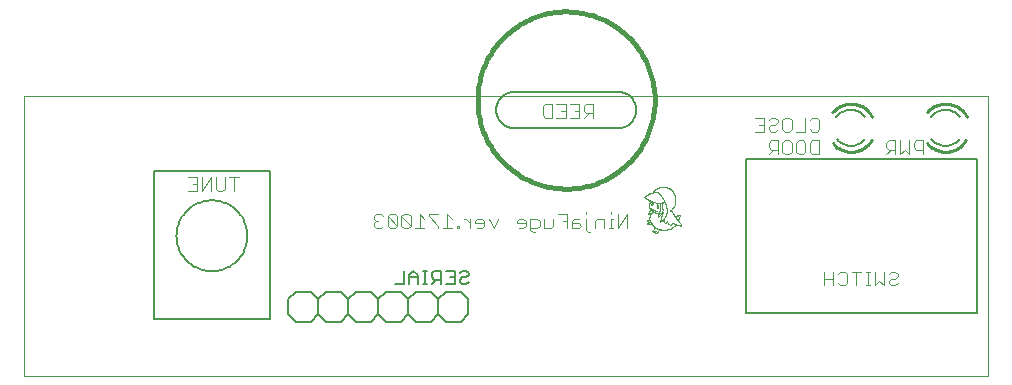
<source format=gbo>
G75*
%MOIN*%
%OFA0B0*%
%FSLAX24Y24*%
%IPPOS*%
%LPD*%
%AMOC8*
5,1,8,0,0,1.08239X$1,22.5*
%
%ADD10C,0.0000*%
%ADD11C,0.0160*%
%ADD12C,0.0040*%
%ADD13C,0.0050*%
%ADD14C,0.0080*%
%ADD15C,0.0060*%
%ADD16C,0.0100*%
%ADD17R,0.0040X0.0010*%
%ADD18R,0.0070X0.0010*%
%ADD19R,0.0030X0.0010*%
%ADD20R,0.0020X0.0010*%
%ADD21R,0.0010X0.0010*%
%ADD22R,0.0060X0.0010*%
%ADD23R,0.0080X0.0010*%
%ADD24R,0.0050X0.0010*%
%ADD25R,0.0140X0.0010*%
%ADD26R,0.0270X0.0010*%
%ADD27R,0.0120X0.0010*%
%ADD28R,0.0150X0.0010*%
%ADD29R,0.0200X0.0010*%
%ADD30R,0.0110X0.0010*%
%ADD31R,0.0090X0.0010*%
%ADD32R,0.0290X0.0010*%
%ADD33R,0.0100X0.0010*%
%ADD34R,0.0250X0.0010*%
D10*
X001936Y000937D02*
X001936Y010268D01*
X034082Y010268D01*
X034082Y000937D01*
X001936Y000937D01*
D11*
X017049Y010130D02*
X017051Y010238D01*
X017057Y010347D01*
X017067Y010455D01*
X017081Y010562D01*
X017099Y010669D01*
X017120Y010776D01*
X017146Y010881D01*
X017176Y010986D01*
X017209Y011089D01*
X017246Y011191D01*
X017287Y011291D01*
X017331Y011390D01*
X017380Y011488D01*
X017431Y011583D01*
X017486Y011676D01*
X017545Y011768D01*
X017607Y011857D01*
X017672Y011944D01*
X017740Y012028D01*
X017811Y012110D01*
X017885Y012189D01*
X017962Y012265D01*
X018042Y012339D01*
X018125Y012409D01*
X018210Y012477D01*
X018297Y012541D01*
X018387Y012602D01*
X018479Y012660D01*
X018573Y012714D01*
X018669Y012765D01*
X018766Y012812D01*
X018866Y012856D01*
X018967Y012896D01*
X019069Y012932D01*
X019172Y012964D01*
X019277Y012993D01*
X019383Y013017D01*
X019489Y013038D01*
X019596Y013055D01*
X019704Y013068D01*
X019812Y013077D01*
X019921Y013082D01*
X020029Y013083D01*
X020138Y013080D01*
X020246Y013073D01*
X020354Y013062D01*
X020461Y013047D01*
X020568Y013028D01*
X020674Y013005D01*
X020779Y012979D01*
X020884Y012948D01*
X020986Y012914D01*
X021088Y012876D01*
X021188Y012834D01*
X021287Y012789D01*
X021384Y012740D01*
X021478Y012687D01*
X021571Y012631D01*
X021662Y012572D01*
X021751Y012509D01*
X021837Y012444D01*
X021921Y012375D01*
X022002Y012303D01*
X022080Y012228D01*
X022156Y012150D01*
X022229Y012069D01*
X022299Y011986D01*
X022365Y011901D01*
X022429Y011813D01*
X022489Y011722D01*
X022546Y011630D01*
X022599Y011535D01*
X022649Y011439D01*
X022695Y011341D01*
X022738Y011241D01*
X022777Y011140D01*
X022812Y011037D01*
X022844Y010934D01*
X022871Y010829D01*
X022895Y010723D01*
X022915Y010616D01*
X022931Y010509D01*
X022943Y010401D01*
X022951Y010293D01*
X022955Y010184D01*
X022955Y010076D01*
X022951Y009967D01*
X022943Y009859D01*
X022931Y009751D01*
X022915Y009644D01*
X022895Y009537D01*
X022871Y009431D01*
X022844Y009326D01*
X022812Y009223D01*
X022777Y009120D01*
X022738Y009019D01*
X022695Y008919D01*
X022649Y008821D01*
X022599Y008725D01*
X022546Y008630D01*
X022489Y008538D01*
X022429Y008447D01*
X022365Y008359D01*
X022299Y008274D01*
X022229Y008191D01*
X022156Y008110D01*
X022080Y008032D01*
X022002Y007957D01*
X021921Y007885D01*
X021837Y007816D01*
X021751Y007751D01*
X021662Y007688D01*
X021571Y007629D01*
X021479Y007573D01*
X021384Y007520D01*
X021287Y007471D01*
X021188Y007426D01*
X021088Y007384D01*
X020986Y007346D01*
X020884Y007312D01*
X020779Y007281D01*
X020674Y007255D01*
X020568Y007232D01*
X020461Y007213D01*
X020354Y007198D01*
X020246Y007187D01*
X020138Y007180D01*
X020029Y007177D01*
X019921Y007178D01*
X019812Y007183D01*
X019704Y007192D01*
X019596Y007205D01*
X019489Y007222D01*
X019383Y007243D01*
X019277Y007267D01*
X019172Y007296D01*
X019069Y007328D01*
X018967Y007364D01*
X018866Y007404D01*
X018766Y007448D01*
X018669Y007495D01*
X018573Y007546D01*
X018479Y007600D01*
X018387Y007658D01*
X018297Y007719D01*
X018210Y007783D01*
X018125Y007851D01*
X018042Y007921D01*
X017962Y007995D01*
X017885Y008071D01*
X017811Y008150D01*
X017740Y008232D01*
X017672Y008316D01*
X017607Y008403D01*
X017545Y008492D01*
X017486Y008584D01*
X017431Y008677D01*
X017380Y008772D01*
X017331Y008870D01*
X017287Y008969D01*
X017246Y009069D01*
X017209Y009171D01*
X017176Y009274D01*
X017146Y009379D01*
X017120Y009484D01*
X017099Y009591D01*
X017081Y009698D01*
X017067Y009805D01*
X017057Y009913D01*
X017051Y010022D01*
X017049Y010130D01*
D12*
X019218Y009929D02*
X019218Y009622D01*
X019295Y009546D01*
X019525Y009546D01*
X019525Y010006D01*
X019295Y010006D01*
X019218Y009929D01*
X019679Y010006D02*
X019986Y010006D01*
X019986Y009546D01*
X019679Y009546D01*
X019832Y009776D02*
X019986Y009776D01*
X020293Y009776D02*
X020446Y009776D01*
X020600Y009776D02*
X020676Y009699D01*
X020906Y009699D01*
X020753Y009699D02*
X020600Y009546D01*
X020446Y009546D02*
X020139Y009546D01*
X020446Y009546D02*
X020446Y010006D01*
X020139Y010006D01*
X020600Y009929D02*
X020600Y009776D01*
X020600Y009929D02*
X020676Y010006D01*
X020906Y010006D01*
X020906Y009546D01*
X026291Y009538D02*
X026598Y009538D01*
X026598Y009077D01*
X026291Y009077D01*
X026445Y009308D02*
X026598Y009308D01*
X026752Y009231D02*
X026752Y009154D01*
X026828Y009077D01*
X026982Y009077D01*
X027059Y009154D01*
X027212Y009154D02*
X027289Y009077D01*
X027442Y009077D01*
X027519Y009154D01*
X027519Y009461D01*
X027442Y009538D01*
X027289Y009538D01*
X027212Y009461D01*
X027212Y009154D01*
X026982Y009308D02*
X026828Y009308D01*
X026752Y009231D01*
X026982Y009308D02*
X027059Y009384D01*
X027059Y009461D01*
X026982Y009538D01*
X026828Y009538D01*
X026752Y009461D01*
X027672Y009077D02*
X027979Y009077D01*
X027979Y009538D01*
X028133Y009461D02*
X028210Y009538D01*
X028363Y009538D01*
X028440Y009461D01*
X028440Y009154D01*
X028363Y009077D01*
X028210Y009077D01*
X028133Y009154D01*
X028210Y008788D02*
X028440Y008788D01*
X028440Y008327D01*
X028210Y008327D01*
X028133Y008404D01*
X028133Y008711D01*
X028210Y008788D01*
X027979Y008711D02*
X027979Y008404D01*
X027903Y008327D01*
X027749Y008327D01*
X027672Y008404D01*
X027672Y008711D01*
X027749Y008788D01*
X027903Y008788D01*
X027979Y008711D01*
X027519Y008711D02*
X027442Y008788D01*
X027289Y008788D01*
X027212Y008711D01*
X027212Y008404D01*
X027289Y008327D01*
X027442Y008327D01*
X027519Y008404D01*
X027519Y008711D01*
X027059Y008788D02*
X026828Y008788D01*
X026752Y008711D01*
X026752Y008558D01*
X026828Y008481D01*
X027059Y008481D01*
X027059Y008327D02*
X027059Y008788D01*
X026905Y008481D02*
X026752Y008327D01*
X030672Y008327D02*
X030825Y008481D01*
X030749Y008481D02*
X030979Y008481D01*
X030979Y008327D02*
X030979Y008788D01*
X030749Y008788D01*
X030672Y008711D01*
X030672Y008558D01*
X030749Y008481D01*
X031132Y008327D02*
X031132Y008788D01*
X031439Y008788D02*
X031439Y008327D01*
X031286Y008481D01*
X031132Y008327D01*
X031593Y008558D02*
X031670Y008481D01*
X031900Y008481D01*
X031900Y008327D02*
X031900Y008788D01*
X031670Y008788D01*
X031593Y008711D01*
X031593Y008558D01*
X022033Y006329D02*
X022033Y005869D01*
X021726Y005869D02*
X021726Y006329D01*
X021573Y006176D02*
X021496Y006176D01*
X021496Y005869D01*
X021573Y005869D02*
X021419Y005869D01*
X021266Y005869D02*
X021266Y006176D01*
X021036Y006176D01*
X020959Y006099D01*
X020959Y005869D01*
X020805Y005715D02*
X020729Y005715D01*
X020652Y005792D01*
X020652Y006176D01*
X020652Y006329D02*
X020652Y006406D01*
X020422Y006176D02*
X020268Y006176D01*
X020192Y006099D01*
X020192Y005869D01*
X020422Y005869D01*
X020498Y005945D01*
X020422Y006022D01*
X020192Y006022D01*
X020038Y006099D02*
X019885Y006099D01*
X020038Y005869D02*
X020038Y006329D01*
X019731Y006329D01*
X019578Y006176D02*
X019578Y005945D01*
X019501Y005869D01*
X019271Y005869D01*
X019271Y006176D01*
X019117Y006099D02*
X019041Y006176D01*
X018810Y006176D01*
X018810Y005792D01*
X018887Y005715D01*
X018964Y005715D01*
X019041Y005869D02*
X018810Y005869D01*
X018657Y005945D02*
X018657Y006099D01*
X018580Y006176D01*
X018427Y006176D01*
X018350Y006099D01*
X018350Y006022D01*
X018657Y006022D01*
X018657Y005945D02*
X018580Y005869D01*
X018427Y005869D01*
X019041Y005869D02*
X019117Y005945D01*
X019117Y006099D01*
X017736Y006176D02*
X017583Y005869D01*
X017429Y006176D01*
X017276Y006099D02*
X017199Y006176D01*
X017046Y006176D01*
X016969Y006099D01*
X016969Y006022D01*
X017276Y006022D01*
X017276Y005945D02*
X017276Y006099D01*
X017276Y005945D02*
X017199Y005869D01*
X017046Y005869D01*
X016815Y005869D02*
X016815Y006176D01*
X016662Y006176D02*
X016585Y006176D01*
X016662Y006176D02*
X016815Y006022D01*
X016432Y005945D02*
X016355Y005945D01*
X016355Y005869D01*
X016432Y005869D01*
X016432Y005945D01*
X016201Y005869D02*
X015895Y005869D01*
X016048Y005869D02*
X016048Y006329D01*
X016201Y006176D01*
X015741Y006329D02*
X015434Y006329D01*
X015434Y006252D01*
X015741Y005945D01*
X015741Y005869D01*
X015281Y005869D02*
X014974Y005869D01*
X015127Y005869D02*
X015127Y006329D01*
X015281Y006176D01*
X014820Y006252D02*
X014744Y006329D01*
X014590Y006329D01*
X014513Y006252D01*
X014820Y005945D01*
X014744Y005869D01*
X014590Y005869D01*
X014513Y005945D01*
X014513Y006252D01*
X014360Y006252D02*
X014283Y006329D01*
X014130Y006329D01*
X014053Y006252D01*
X014360Y005945D01*
X014283Y005869D01*
X014130Y005869D01*
X014053Y005945D01*
X014053Y006252D01*
X013900Y006252D02*
X013823Y006329D01*
X013669Y006329D01*
X013593Y006252D01*
X013593Y006176D01*
X013669Y006099D01*
X013593Y006022D01*
X013593Y005945D01*
X013669Y005869D01*
X013823Y005869D01*
X013900Y005945D01*
X013746Y006099D02*
X013669Y006099D01*
X014360Y005945D02*
X014360Y006252D01*
X014820Y006252D02*
X014820Y005945D01*
X009084Y007555D02*
X008777Y007555D01*
X008624Y007555D02*
X008624Y007172D01*
X008547Y007095D01*
X008394Y007095D01*
X008317Y007172D01*
X008317Y007555D01*
X008164Y007555D02*
X007857Y007095D01*
X007857Y007555D01*
X007703Y007555D02*
X007703Y007095D01*
X007396Y007095D01*
X007550Y007325D02*
X007703Y007325D01*
X007703Y007555D02*
X007396Y007555D01*
X008164Y007555D02*
X008164Y007095D01*
X008931Y007095D02*
X008931Y007555D01*
X021496Y006406D02*
X021496Y006329D01*
X021726Y005869D02*
X022033Y006329D01*
X028603Y004408D02*
X028603Y003948D01*
X028910Y003948D02*
X028910Y004408D01*
X029064Y004332D02*
X029140Y004408D01*
X029294Y004408D01*
X029371Y004332D01*
X029371Y004025D01*
X029294Y003948D01*
X029140Y003948D01*
X029064Y004025D01*
X028910Y004178D02*
X028603Y004178D01*
X029524Y004408D02*
X029831Y004408D01*
X029984Y004408D02*
X030138Y004408D01*
X030061Y004408D02*
X030061Y003948D01*
X030138Y003948D02*
X029984Y003948D01*
X029678Y003948D02*
X029678Y004408D01*
X030291Y004408D02*
X030291Y003948D01*
X030445Y004101D01*
X030598Y003948D01*
X030598Y004408D01*
X030752Y004332D02*
X030829Y004408D01*
X030982Y004408D01*
X031059Y004332D01*
X031059Y004255D01*
X030982Y004178D01*
X030829Y004178D01*
X030752Y004101D01*
X030752Y004025D01*
X030829Y003948D01*
X030982Y003948D01*
X031059Y004025D01*
D13*
X033688Y003024D02*
X033688Y008181D01*
X026011Y008181D01*
X026011Y003024D01*
X033688Y003024D01*
X016752Y004066D02*
X016677Y003991D01*
X016527Y003991D01*
X016452Y004066D01*
X016452Y004141D01*
X016527Y004216D01*
X016677Y004216D01*
X016752Y004291D01*
X016752Y004366D01*
X016677Y004441D01*
X016527Y004441D01*
X016452Y004366D01*
X016292Y004441D02*
X015991Y004441D01*
X015831Y004441D02*
X015606Y004441D01*
X015531Y004366D01*
X015531Y004216D01*
X015606Y004141D01*
X015831Y004141D01*
X015681Y004141D02*
X015531Y003991D01*
X015371Y003991D02*
X015221Y003991D01*
X015296Y003991D02*
X015296Y004441D01*
X015371Y004441D02*
X015221Y004441D01*
X015064Y004291D02*
X014914Y004441D01*
X014764Y004291D01*
X014764Y003991D01*
X014604Y003991D02*
X014303Y003991D01*
X014604Y003991D02*
X014604Y004441D01*
X015064Y004291D02*
X015064Y003991D01*
X015064Y004216D02*
X014764Y004216D01*
X015831Y003991D02*
X015831Y004441D01*
X016292Y004441D02*
X016292Y003991D01*
X015991Y003991D01*
X016142Y004216D02*
X016292Y004216D01*
X010125Y002847D02*
X010125Y007768D01*
X006267Y007768D01*
X006267Y002847D01*
X010125Y002847D01*
X007015Y005603D02*
X007017Y005672D01*
X007023Y005740D01*
X007033Y005808D01*
X007047Y005875D01*
X007065Y005942D01*
X007086Y006007D01*
X007112Y006071D01*
X007141Y006133D01*
X007173Y006193D01*
X007209Y006252D01*
X007249Y006308D01*
X007291Y006362D01*
X007337Y006413D01*
X007386Y006462D01*
X007437Y006508D01*
X007491Y006550D01*
X007547Y006590D01*
X007605Y006626D01*
X007666Y006658D01*
X007728Y006687D01*
X007792Y006713D01*
X007857Y006734D01*
X007924Y006752D01*
X007991Y006766D01*
X008059Y006776D01*
X008127Y006782D01*
X008196Y006784D01*
X008265Y006782D01*
X008333Y006776D01*
X008401Y006766D01*
X008468Y006752D01*
X008535Y006734D01*
X008600Y006713D01*
X008664Y006687D01*
X008726Y006658D01*
X008786Y006626D01*
X008845Y006590D01*
X008901Y006550D01*
X008955Y006508D01*
X009006Y006462D01*
X009055Y006413D01*
X009101Y006362D01*
X009143Y006308D01*
X009183Y006252D01*
X009219Y006193D01*
X009251Y006133D01*
X009280Y006071D01*
X009306Y006007D01*
X009327Y005942D01*
X009345Y005875D01*
X009359Y005808D01*
X009369Y005740D01*
X009375Y005672D01*
X009377Y005603D01*
X009375Y005534D01*
X009369Y005466D01*
X009359Y005398D01*
X009345Y005331D01*
X009327Y005264D01*
X009306Y005199D01*
X009280Y005135D01*
X009251Y005073D01*
X009219Y005012D01*
X009183Y004954D01*
X009143Y004898D01*
X009101Y004844D01*
X009055Y004793D01*
X009006Y004744D01*
X008955Y004698D01*
X008901Y004656D01*
X008845Y004616D01*
X008787Y004580D01*
X008726Y004548D01*
X008664Y004519D01*
X008600Y004493D01*
X008535Y004472D01*
X008468Y004454D01*
X008401Y004440D01*
X008333Y004430D01*
X008265Y004424D01*
X008196Y004422D01*
X008127Y004424D01*
X008059Y004430D01*
X007991Y004440D01*
X007924Y004454D01*
X007857Y004472D01*
X007792Y004493D01*
X007728Y004519D01*
X007666Y004548D01*
X007605Y004580D01*
X007547Y004616D01*
X007491Y004656D01*
X007437Y004698D01*
X007386Y004744D01*
X007337Y004793D01*
X007291Y004844D01*
X007249Y004898D01*
X007209Y004954D01*
X007173Y005012D01*
X007141Y005073D01*
X007112Y005135D01*
X007086Y005199D01*
X007065Y005264D01*
X007047Y005331D01*
X007033Y005398D01*
X007023Y005466D01*
X007017Y005534D01*
X007015Y005603D01*
D14*
X018280Y009185D02*
X021725Y009185D01*
X021725Y009186D02*
X021773Y009188D01*
X021820Y009194D01*
X021867Y009203D01*
X021914Y009216D01*
X021958Y009232D01*
X022002Y009252D01*
X022044Y009276D01*
X022084Y009302D01*
X022121Y009332D01*
X022156Y009365D01*
X022189Y009400D01*
X022219Y009437D01*
X022245Y009477D01*
X022269Y009519D01*
X022289Y009563D01*
X022305Y009607D01*
X022318Y009654D01*
X022327Y009701D01*
X022333Y009748D01*
X022335Y009796D01*
X022333Y009844D01*
X022327Y009891D01*
X022318Y009938D01*
X022305Y009985D01*
X022289Y010029D01*
X022269Y010073D01*
X022245Y010115D01*
X022219Y010155D01*
X022189Y010192D01*
X022156Y010227D01*
X022121Y010260D01*
X022084Y010290D01*
X022044Y010316D01*
X022002Y010340D01*
X021958Y010360D01*
X021914Y010376D01*
X021867Y010389D01*
X021820Y010398D01*
X021773Y010404D01*
X021725Y010406D01*
X018280Y010406D01*
X018232Y010404D01*
X018185Y010398D01*
X018138Y010389D01*
X018091Y010376D01*
X018047Y010360D01*
X018003Y010340D01*
X017961Y010316D01*
X017921Y010290D01*
X017884Y010260D01*
X017849Y010227D01*
X017816Y010192D01*
X017786Y010155D01*
X017760Y010115D01*
X017736Y010073D01*
X017716Y010029D01*
X017700Y009985D01*
X017687Y009938D01*
X017678Y009891D01*
X017672Y009844D01*
X017670Y009796D01*
X017672Y009748D01*
X017678Y009701D01*
X017687Y009654D01*
X017700Y009607D01*
X017716Y009563D01*
X017736Y009519D01*
X017760Y009477D01*
X017786Y009437D01*
X017816Y009400D01*
X017849Y009365D01*
X017884Y009332D01*
X017921Y009302D01*
X017961Y009276D01*
X018003Y009252D01*
X018047Y009232D01*
X018091Y009216D01*
X018138Y009203D01*
X018185Y009194D01*
X018232Y009188D01*
X018280Y009186D01*
D15*
X029495Y008605D02*
X029540Y008607D01*
X029586Y008612D01*
X029630Y008620D01*
X029674Y008632D01*
X029717Y008648D01*
X029759Y008666D01*
X029799Y008688D01*
X029837Y008712D01*
X029873Y008739D01*
X029908Y008769D01*
X029939Y008802D01*
X029969Y008837D01*
X029495Y009805D02*
X029448Y009803D01*
X029400Y009797D01*
X029354Y009788D01*
X029308Y009775D01*
X029264Y009759D01*
X029220Y009738D01*
X029179Y009715D01*
X029140Y009689D01*
X029103Y009659D01*
X029068Y009626D01*
X029036Y009591D01*
X029007Y009554D01*
X029495Y009805D02*
X029541Y009803D01*
X029587Y009798D01*
X029633Y009789D01*
X029678Y009777D01*
X029721Y009761D01*
X029763Y009742D01*
X029804Y009719D01*
X029843Y009694D01*
X029879Y009666D01*
X029914Y009635D01*
X029946Y009601D01*
X029975Y009565D01*
X029495Y008605D02*
X029450Y008607D01*
X029404Y008612D01*
X029360Y008620D01*
X029316Y008632D01*
X029273Y008648D01*
X029231Y008666D01*
X029191Y008688D01*
X029153Y008712D01*
X029117Y008739D01*
X029082Y008769D01*
X029051Y008802D01*
X029021Y008837D01*
X032645Y008605D02*
X032690Y008607D01*
X032736Y008612D01*
X032780Y008620D01*
X032824Y008632D01*
X032867Y008648D01*
X032909Y008666D01*
X032949Y008688D01*
X032987Y008712D01*
X033023Y008739D01*
X033058Y008769D01*
X033089Y008802D01*
X033119Y008837D01*
X032645Y009805D02*
X032598Y009803D01*
X032550Y009797D01*
X032504Y009788D01*
X032458Y009775D01*
X032414Y009759D01*
X032370Y009738D01*
X032329Y009715D01*
X032290Y009689D01*
X032253Y009659D01*
X032218Y009626D01*
X032186Y009591D01*
X032157Y009554D01*
X032645Y009805D02*
X032691Y009803D01*
X032737Y009798D01*
X032783Y009789D01*
X032828Y009777D01*
X032871Y009761D01*
X032913Y009742D01*
X032954Y009719D01*
X032993Y009694D01*
X033029Y009666D01*
X033064Y009635D01*
X033096Y009601D01*
X033125Y009565D01*
X032645Y008605D02*
X032600Y008607D01*
X032554Y008612D01*
X032510Y008620D01*
X032466Y008632D01*
X032423Y008648D01*
X032381Y008666D01*
X032341Y008688D01*
X032303Y008712D01*
X032267Y008739D01*
X032232Y008769D01*
X032201Y008802D01*
X032171Y008837D01*
X016747Y003496D02*
X016747Y002996D01*
X016497Y002746D01*
X015997Y002746D01*
X015747Y002996D01*
X015497Y002746D01*
X014997Y002746D01*
X014747Y002996D01*
X014747Y003496D01*
X014997Y003746D01*
X015497Y003746D01*
X015747Y003496D01*
X015747Y002996D01*
X014747Y002996D02*
X014497Y002746D01*
X013997Y002746D01*
X013747Y002996D01*
X013497Y002746D01*
X012997Y002746D01*
X012747Y002996D01*
X012497Y002746D01*
X011997Y002746D01*
X011747Y002996D01*
X011497Y002746D01*
X010997Y002746D01*
X010747Y002996D01*
X010747Y003496D01*
X010997Y003746D01*
X011497Y003746D01*
X011747Y003496D01*
X011747Y002996D01*
X012747Y002996D02*
X012747Y003496D01*
X012497Y003746D01*
X011997Y003746D01*
X011747Y003496D01*
X012747Y003496D02*
X012997Y003746D01*
X013497Y003746D01*
X013747Y003496D01*
X013747Y002996D01*
X013747Y003496D02*
X013997Y003746D01*
X014497Y003746D01*
X014747Y003496D01*
X015747Y003496D02*
X015997Y003746D01*
X016497Y003746D01*
X016747Y003496D01*
D16*
X029495Y010005D02*
X029549Y010003D01*
X029603Y009998D01*
X029656Y009989D01*
X029709Y009976D01*
X029760Y009960D01*
X029810Y009940D01*
X029859Y009917D01*
X029907Y009891D01*
X029952Y009862D01*
X029995Y009829D01*
X030036Y009794D01*
X030075Y009756D01*
X030111Y009716D01*
X030144Y009673D01*
X030174Y009628D01*
X030201Y009581D01*
X030190Y008808D02*
X030160Y008760D01*
X030127Y008715D01*
X030091Y008672D01*
X030053Y008631D01*
X030011Y008594D01*
X029967Y008559D01*
X029921Y008528D01*
X029872Y008499D01*
X029822Y008475D01*
X029770Y008454D01*
X029716Y008436D01*
X029662Y008423D01*
X029607Y008413D01*
X029551Y008407D01*
X029495Y008405D01*
X029442Y008407D01*
X029388Y008412D01*
X029336Y008421D01*
X029284Y008433D01*
X029233Y008449D01*
X029183Y008468D01*
X029134Y008491D01*
X029087Y008517D01*
X029042Y008545D01*
X028999Y008577D01*
X028959Y008611D01*
X028920Y008649D01*
X028884Y008688D01*
X028880Y009717D02*
X028916Y009757D01*
X028955Y009795D01*
X028996Y009830D01*
X029039Y009862D01*
X029084Y009892D01*
X029131Y009918D01*
X029180Y009940D01*
X029231Y009960D01*
X029282Y009976D01*
X029334Y009989D01*
X029388Y009998D01*
X029441Y010003D01*
X029495Y010005D01*
X032645Y010005D02*
X032699Y010003D01*
X032753Y009998D01*
X032806Y009989D01*
X032859Y009976D01*
X032910Y009960D01*
X032960Y009940D01*
X033009Y009917D01*
X033057Y009891D01*
X033102Y009862D01*
X033145Y009829D01*
X033186Y009794D01*
X033225Y009756D01*
X033261Y009716D01*
X033294Y009673D01*
X033324Y009628D01*
X033351Y009581D01*
X033340Y008808D02*
X033310Y008760D01*
X033277Y008715D01*
X033241Y008672D01*
X033203Y008631D01*
X033161Y008594D01*
X033117Y008559D01*
X033071Y008528D01*
X033022Y008499D01*
X032972Y008475D01*
X032920Y008454D01*
X032866Y008436D01*
X032812Y008423D01*
X032757Y008413D01*
X032701Y008407D01*
X032645Y008405D01*
X032592Y008407D01*
X032538Y008412D01*
X032486Y008421D01*
X032434Y008433D01*
X032383Y008449D01*
X032333Y008468D01*
X032284Y008491D01*
X032237Y008517D01*
X032192Y008545D01*
X032149Y008577D01*
X032109Y008611D01*
X032070Y008649D01*
X032034Y008688D01*
X032030Y009717D02*
X032066Y009757D01*
X032105Y009795D01*
X032146Y009830D01*
X032189Y009862D01*
X032234Y009892D01*
X032281Y009918D01*
X032330Y009940D01*
X032381Y009960D01*
X032432Y009976D01*
X032484Y009989D01*
X032538Y009998D01*
X032591Y010003D01*
X032645Y010005D01*
D17*
X023494Y007133D03*
X023454Y007153D03*
X023434Y007163D03*
X023094Y007173D03*
X023074Y007163D03*
X023034Y007143D03*
X023094Y007013D03*
X022834Y006993D03*
X022814Y006983D03*
X022794Y006973D03*
X022744Y006943D03*
X022794Y006753D03*
X022814Y006743D03*
X022834Y006733D03*
X022874Y006713D03*
X022884Y006673D03*
X022884Y006663D03*
X022884Y006653D03*
X022884Y006643D03*
X022884Y006633D03*
X023054Y006613D03*
X023054Y006503D03*
X023024Y006403D03*
X022974Y006353D03*
X022954Y006363D03*
X022914Y006383D03*
X022894Y006363D03*
X022884Y006353D03*
X022814Y006303D03*
X022794Y006293D03*
X022894Y006453D03*
X022914Y006443D03*
X022834Y006483D03*
X023064Y006323D03*
X023124Y006343D03*
X023234Y006343D03*
X023234Y006353D03*
X023484Y006413D03*
X023514Y006433D03*
X023524Y006393D03*
X023744Y006253D03*
X023784Y006273D03*
X023664Y006223D03*
X023614Y005983D03*
X023634Y005973D03*
X023204Y006073D03*
X023164Y006053D03*
X023004Y005843D03*
X023044Y005823D03*
X023064Y005813D03*
X023014Y005663D03*
X023524Y005823D03*
X023544Y005833D03*
X022764Y006013D03*
X022744Y006003D03*
D18*
X022919Y006373D03*
X022859Y006463D03*
X023679Y006233D03*
X023749Y005933D03*
X023019Y005673D03*
X023379Y007183D03*
D19*
X023479Y007143D03*
X023509Y007123D03*
X023519Y007113D03*
X023589Y007043D03*
X023189Y006923D03*
X023109Y007003D03*
X023009Y007123D03*
X023019Y007133D03*
X023049Y007153D03*
X022949Y007063D03*
X022779Y006963D03*
X022759Y006953D03*
X022729Y006933D03*
X022709Y006923D03*
X022699Y006913D03*
X022679Y006903D03*
X022669Y006893D03*
X022659Y006853D03*
X022669Y006843D03*
X022679Y006833D03*
X022689Y006823D03*
X022709Y006813D03*
X022719Y006803D03*
X022729Y006793D03*
X022749Y006783D03*
X022759Y006773D03*
X022779Y006763D03*
X022879Y006683D03*
X022879Y006623D03*
X022879Y006613D03*
X022829Y006493D03*
X022839Y006453D03*
X022909Y006393D03*
X022829Y006313D03*
X022789Y006343D03*
X022769Y006313D03*
X023089Y006203D03*
X023099Y006213D03*
X023129Y006233D03*
X023159Y006253D03*
X023239Y006363D03*
X023239Y006373D03*
X023239Y006383D03*
X023059Y006493D03*
X023499Y006423D03*
X023529Y006443D03*
X023549Y006453D03*
X023559Y006463D03*
X023569Y006473D03*
X023579Y006483D03*
X023589Y006493D03*
X023599Y006503D03*
X023539Y006383D03*
X023559Y006373D03*
X023569Y006363D03*
X023579Y006353D03*
X023719Y006133D03*
X023749Y006103D03*
X023749Y006093D03*
X023759Y006083D03*
X023789Y006153D03*
X023819Y006013D03*
X023829Y006003D03*
X023859Y005933D03*
X023659Y005923D03*
X023649Y005913D03*
X023639Y005903D03*
X023629Y005893D03*
X023619Y005883D03*
X023589Y005863D03*
X023579Y005853D03*
X023559Y005843D03*
X023509Y005933D03*
X023539Y005953D03*
X023579Y006003D03*
X023469Y005953D03*
X023399Y006053D03*
X023399Y006063D03*
X023359Y006013D03*
X023319Y006013D03*
X023299Y006033D03*
X023249Y006103D03*
X023259Y006113D03*
X023269Y006123D03*
X023309Y006163D03*
X023219Y006083D03*
X022989Y005863D03*
X022999Y005853D03*
X022979Y005823D03*
X022959Y005793D03*
X023029Y005833D03*
X023059Y005693D03*
X023049Y005683D03*
X022919Y005703D03*
X022919Y005933D03*
X022779Y006023D03*
X022759Y006053D03*
X022749Y006063D03*
X022729Y005993D03*
X022719Y005983D03*
X023319Y006703D03*
X023309Y006723D03*
X023299Y006743D03*
D20*
X023304Y006733D03*
X023314Y006713D03*
X023334Y006683D03*
X023334Y006673D03*
X023334Y006663D03*
X023344Y006653D03*
X023344Y006643D03*
X023354Y006623D03*
X023354Y006613D03*
X023354Y006603D03*
X023364Y006593D03*
X023364Y006583D03*
X023364Y006573D03*
X023374Y006553D03*
X023374Y006543D03*
X023374Y006533D03*
X023374Y006523D03*
X023374Y006513D03*
X023384Y006483D03*
X023384Y006473D03*
X023384Y006463D03*
X023384Y006453D03*
X023384Y006443D03*
X023384Y006433D03*
X023384Y006423D03*
X023384Y006413D03*
X023384Y006403D03*
X023384Y006393D03*
X023384Y006383D03*
X023384Y006373D03*
X023384Y006363D03*
X023384Y006353D03*
X023384Y006343D03*
X023384Y006333D03*
X023374Y006303D03*
X023374Y006293D03*
X023374Y006283D03*
X023364Y006273D03*
X023364Y006263D03*
X023364Y006253D03*
X023354Y006243D03*
X023354Y006233D03*
X023344Y006223D03*
X023344Y006213D03*
X023334Y006203D03*
X023334Y006193D03*
X023324Y006183D03*
X023314Y006173D03*
X023304Y006153D03*
X023294Y006143D03*
X023284Y006133D03*
X023264Y006083D03*
X023274Y006073D03*
X023274Y006063D03*
X023284Y006053D03*
X023294Y006043D03*
X023304Y006023D03*
X023374Y006023D03*
X023384Y006033D03*
X023384Y006043D03*
X023414Y006043D03*
X023414Y006033D03*
X023414Y006023D03*
X023424Y006013D03*
X023424Y006003D03*
X023434Y005993D03*
X023434Y005983D03*
X023444Y005973D03*
X023454Y005963D03*
X023554Y005963D03*
X023564Y005973D03*
X023564Y005983D03*
X023664Y005933D03*
X023604Y005873D03*
X023784Y006053D03*
X023774Y006063D03*
X023764Y006073D03*
X023764Y006113D03*
X023774Y006123D03*
X023774Y006133D03*
X023784Y006143D03*
X023794Y006163D03*
X023804Y006173D03*
X023804Y006183D03*
X023814Y006193D03*
X023814Y006203D03*
X023814Y006213D03*
X023824Y006223D03*
X023824Y006233D03*
X023824Y006243D03*
X023814Y006253D03*
X023694Y006173D03*
X023694Y006163D03*
X023704Y006153D03*
X023714Y006143D03*
X023724Y006123D03*
X023734Y006113D03*
X023684Y006183D03*
X023674Y006193D03*
X023674Y006203D03*
X023664Y006213D03*
X023644Y006243D03*
X023644Y006253D03*
X023634Y006263D03*
X023634Y006273D03*
X023624Y006283D03*
X023624Y006293D03*
X023614Y006303D03*
X023604Y006313D03*
X023604Y006323D03*
X023594Y006333D03*
X023584Y006343D03*
X023244Y006333D03*
X023234Y006313D03*
X023234Y006303D03*
X023234Y006293D03*
X023234Y006283D03*
X023224Y006263D03*
X023224Y006253D03*
X023224Y006243D03*
X023214Y006223D03*
X023214Y006213D03*
X023214Y006203D03*
X023204Y006183D03*
X023204Y006173D03*
X023194Y006153D03*
X023194Y006143D03*
X023184Y006123D03*
X023184Y006113D03*
X023174Y006103D03*
X023174Y006093D03*
X023174Y006083D03*
X023164Y006073D03*
X023154Y006043D03*
X023094Y006233D03*
X023104Y006243D03*
X023104Y006253D03*
X023104Y006263D03*
X023114Y006273D03*
X023114Y006283D03*
X023114Y006293D03*
X023124Y006303D03*
X023124Y006313D03*
X023124Y006323D03*
X023134Y006353D03*
X023144Y006373D03*
X023144Y006383D03*
X023144Y006393D03*
X023154Y006423D03*
X023154Y006433D03*
X023154Y006443D03*
X023154Y006453D03*
X023244Y006463D03*
X023244Y006473D03*
X023244Y006483D03*
X023244Y006493D03*
X023244Y006503D03*
X023244Y006513D03*
X023244Y006523D03*
X023244Y006533D03*
X023244Y006543D03*
X023244Y006553D03*
X023234Y006583D03*
X023234Y006593D03*
X023234Y006603D03*
X023234Y006613D03*
X023234Y006623D03*
X023224Y006643D03*
X023224Y006653D03*
X023224Y006663D03*
X023154Y006653D03*
X023154Y006643D03*
X023154Y006633D03*
X023154Y006623D03*
X023154Y006613D03*
X023154Y006603D03*
X023154Y006593D03*
X023154Y006583D03*
X023054Y006623D03*
X022884Y006603D03*
X022814Y006603D03*
X022814Y006613D03*
X022814Y006623D03*
X022814Y006633D03*
X022814Y006643D03*
X022814Y006653D03*
X022814Y006663D03*
X022824Y006683D03*
X022824Y006693D03*
X022824Y006703D03*
X022824Y006713D03*
X022814Y006553D03*
X022814Y006543D03*
X022814Y006533D03*
X022814Y006523D03*
X022814Y006513D03*
X022824Y006433D03*
X022824Y006423D03*
X022824Y006413D03*
X022814Y006403D03*
X022814Y006393D03*
X022804Y006373D03*
X022804Y006363D03*
X022794Y006353D03*
X022784Y006333D03*
X022774Y006323D03*
X022764Y006303D03*
X022754Y006293D03*
X022834Y006253D03*
X022834Y006243D03*
X022824Y006233D03*
X022824Y006223D03*
X022824Y006213D03*
X022814Y006193D03*
X022814Y006183D03*
X022814Y006173D03*
X022814Y006163D03*
X022814Y006153D03*
X022814Y006143D03*
X022814Y006133D03*
X022814Y006123D03*
X022824Y006103D03*
X022834Y006073D03*
X022834Y006063D03*
X022844Y006053D03*
X022844Y006043D03*
X022854Y006033D03*
X022854Y006023D03*
X022864Y006013D03*
X022874Y006003D03*
X022874Y005993D03*
X022884Y005983D03*
X022904Y005953D03*
X022914Y005943D03*
X022924Y005923D03*
X022934Y005913D03*
X022944Y005903D03*
X022954Y005893D03*
X022964Y005883D03*
X022974Y005873D03*
X022984Y005833D03*
X022974Y005813D03*
X022964Y005803D03*
X022954Y005783D03*
X022944Y005773D03*
X022934Y005763D03*
X022934Y005753D03*
X022924Y005743D03*
X022924Y005733D03*
X022914Y005723D03*
X022994Y005693D03*
X022994Y005683D03*
X023004Y005713D03*
X023074Y005703D03*
X023084Y005713D03*
X023094Y005723D03*
X023104Y005733D03*
X023114Y005743D03*
X023124Y005753D03*
X023134Y005763D03*
X022784Y006033D03*
X022774Y006043D03*
X022734Y006073D03*
X022844Y006273D03*
X022854Y006293D03*
X022864Y006303D03*
X022864Y006313D03*
X022874Y006323D03*
X022844Y006323D03*
X022894Y006403D03*
X022884Y006413D03*
X022874Y006423D03*
X022864Y006433D03*
X022854Y006443D03*
X023144Y006243D03*
X023164Y006263D03*
X023174Y006273D03*
X023184Y006283D03*
X023194Y006293D03*
X023194Y006303D03*
X023204Y006313D03*
X023214Y006323D03*
X023214Y006333D03*
X023244Y006393D03*
X023244Y006403D03*
X023244Y006413D03*
X023604Y006513D03*
X023614Y006523D03*
X023624Y006533D03*
X023624Y006543D03*
X023634Y006553D03*
X023644Y006563D03*
X023644Y006573D03*
X023654Y006593D03*
X023654Y006603D03*
X023664Y006613D03*
X023664Y006623D03*
X023664Y006633D03*
X023674Y006653D03*
X023674Y006663D03*
X023674Y006673D03*
X023674Y006683D03*
X023674Y006693D03*
X023674Y006793D03*
X023674Y006803D03*
X023674Y006813D03*
X023674Y006823D03*
X023674Y006833D03*
X023674Y006843D03*
X023664Y006863D03*
X023664Y006873D03*
X023664Y006883D03*
X023654Y006903D03*
X023654Y006913D03*
X023654Y006923D03*
X023644Y006933D03*
X023644Y006943D03*
X023644Y006953D03*
X023634Y006963D03*
X023634Y006973D03*
X023624Y006983D03*
X023624Y006993D03*
X023614Y007003D03*
X023614Y007013D03*
X023604Y007023D03*
X023594Y007033D03*
X023584Y007053D03*
X023574Y007063D03*
X023564Y007073D03*
X023554Y007083D03*
X023544Y007093D03*
X023534Y007103D03*
X023204Y006903D03*
X023194Y006913D03*
X023184Y006933D03*
X023174Y006943D03*
X023164Y006953D03*
X023154Y006963D03*
X023144Y006973D03*
X023134Y006983D03*
X023124Y006993D03*
X023214Y006893D03*
X023214Y006883D03*
X023224Y006873D03*
X023234Y006863D03*
X023234Y006853D03*
X023244Y006843D03*
X023254Y006833D03*
X023254Y006823D03*
X023264Y006813D03*
X023264Y006803D03*
X023274Y006793D03*
X023274Y006783D03*
X023284Y006773D03*
X023284Y006763D03*
X023294Y006753D03*
X022654Y006883D03*
X022644Y006873D03*
X022644Y006863D03*
X022934Y007043D03*
X022944Y007053D03*
X022954Y007073D03*
X022964Y007083D03*
X022974Y007093D03*
X022984Y007103D03*
X022994Y007113D03*
X023794Y006043D03*
X023804Y006033D03*
X023814Y006023D03*
X023834Y005993D03*
X023844Y005983D03*
X023854Y005973D03*
X023854Y005963D03*
X023864Y005953D03*
X023864Y005943D03*
D21*
X023579Y006013D03*
X023399Y006073D03*
X023189Y006133D03*
X023199Y006163D03*
X023209Y006193D03*
X023219Y006233D03*
X023229Y006273D03*
X023239Y006323D03*
X023249Y006423D03*
X023249Y006433D03*
X023249Y006443D03*
X023249Y006453D03*
X023159Y006463D03*
X023159Y006473D03*
X023159Y006483D03*
X023159Y006493D03*
X023159Y006503D03*
X023159Y006513D03*
X023159Y006523D03*
X023159Y006533D03*
X023159Y006543D03*
X023159Y006553D03*
X023159Y006563D03*
X023159Y006573D03*
X023239Y006573D03*
X023239Y006563D03*
X023229Y006633D03*
X023349Y006633D03*
X023369Y006563D03*
X023379Y006503D03*
X023379Y006493D03*
X023379Y006323D03*
X023379Y006313D03*
X023139Y006363D03*
X023149Y006403D03*
X023149Y006413D03*
X022829Y006443D03*
X022819Y006503D03*
X022809Y006563D03*
X022809Y006573D03*
X022809Y006583D03*
X022809Y006593D03*
X022819Y006673D03*
X022809Y006383D03*
X022849Y006283D03*
X022839Y006263D03*
X022819Y006203D03*
X022819Y006113D03*
X022999Y005703D03*
X023649Y006583D03*
X023669Y006643D03*
X023679Y006703D03*
X023679Y006713D03*
X023679Y006723D03*
X023679Y006733D03*
X023679Y006743D03*
X023679Y006753D03*
X023679Y006763D03*
X023679Y006773D03*
X023679Y006783D03*
X023669Y006853D03*
X023659Y006893D03*
D22*
X023054Y006583D03*
X023054Y006573D03*
X023054Y006563D03*
X023054Y006553D03*
X023054Y006543D03*
X023054Y006533D03*
X022964Y006423D03*
X022764Y006283D03*
X023494Y006403D03*
X022894Y007013D03*
X023124Y007183D03*
X023444Y005793D03*
X022934Y005713D03*
D23*
X022974Y005723D03*
X023154Y005783D03*
X023404Y005783D03*
X023504Y005943D03*
X023704Y005943D03*
X023784Y006263D03*
X022794Y006093D03*
D24*
X023109Y006223D03*
X022999Y006343D03*
X022939Y006433D03*
X022849Y006473D03*
X022879Y006343D03*
X022869Y006333D03*
X023059Y006513D03*
X023059Y006523D03*
X023059Y006593D03*
X023059Y006603D03*
X022899Y006703D03*
X022849Y006723D03*
X022859Y007003D03*
X023309Y006693D03*
X023719Y006243D03*
X023589Y005993D03*
X023659Y005963D03*
X023679Y005953D03*
X023819Y005913D03*
X023499Y005813D03*
X023469Y005803D03*
X023119Y005793D03*
X023089Y005803D03*
X022989Y005733D03*
X023179Y006063D03*
X023249Y006093D03*
X023339Y006003D03*
X023409Y007173D03*
D25*
X022994Y007033D03*
X023074Y006333D03*
X023284Y005763D03*
D26*
X023269Y005773D03*
D27*
X023804Y005923D03*
D28*
X022829Y005963D03*
X023109Y006663D03*
X023249Y007203D03*
D29*
X022994Y007023D03*
X022804Y005973D03*
D30*
X022779Y006083D03*
D31*
X023009Y006413D03*
X022969Y006683D03*
X022909Y006693D03*
D32*
X023119Y006673D03*
D33*
X023264Y006683D03*
D34*
X023249Y007193D03*
M02*

</source>
